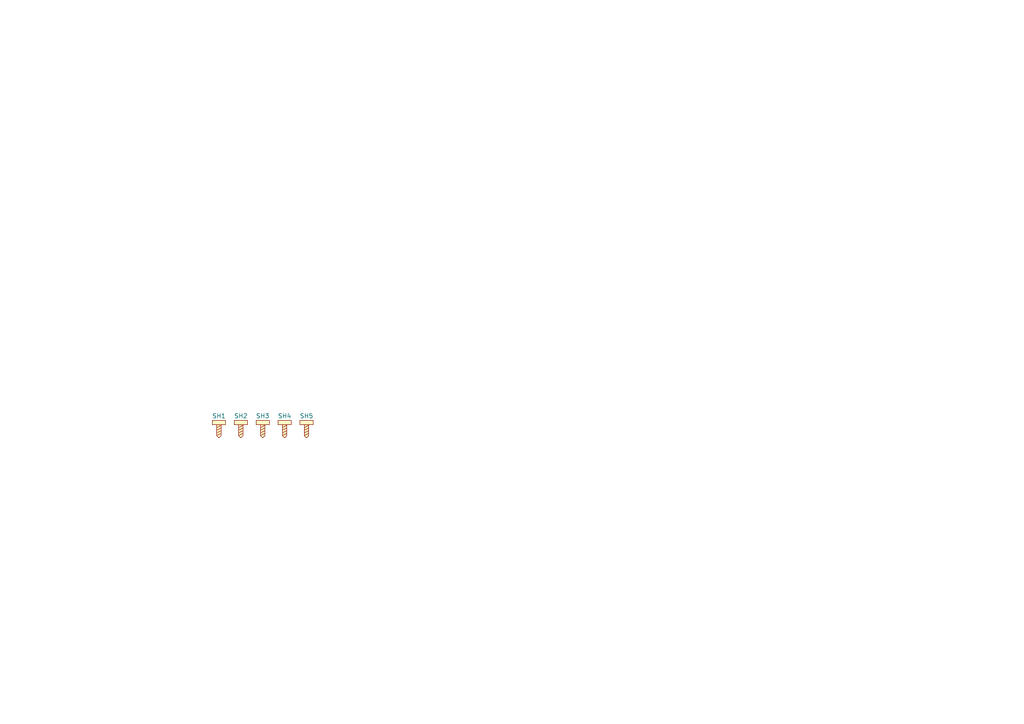
<source format=kicad_sch>
(kicad_sch (version 20231120) (generator "eeschema") (generator_version "8.0")
  (paper "A4")
  (lib_symbols
    (symbol "SAMPI:SCREWHOLDER" (pin_numbers hide) (pin_names hide) (in_bom no)
      (property "Reference" "SH1" (at 2.54 -2.5399 0))
      (property "Value" "SCREW HOLDER" (at 2.54 -5.0799 0))
      (symbol "SCREWHOLDER_1_1"
        (polyline (pts (xy -0.508 -5.588) (xy 0.508 -5.08)))
        (polyline (pts (xy -0.508 -4.826) (xy 0.508 -4.318)))
        (polyline (pts (xy -0.508 -4.064) (xy 0.508 -3.556)))
        (polyline (pts (xy -0.508 -3.302) (xy 0.508 -2.794)))
        (polyline (pts (xy 0.635 -2.54) (xy -0.635 -2.54)))
        (polyline (pts (xy -1.905 -1.27) (xy 1.905 -1.27) (xy 1.905 -2.54) (xy 0.635 -2.54) (xy 0.635 -5.715) (xy 0 -6.35) (xy -0.635 -5.715) (xy -0.635 -2.54) (xy -1.905 -2.54) (xy -1.905 -1.27)) (fill (type background)))
      )
    )
  )
  (symbol (lib_id "SAMPI:SCREWHOLDER") (at 63.5 120.65 0) (unit 1)
    (property "Reference" "SH1" (at 63.5 120.65 0))
    (property "Value" "SCREW HOLDER" (effects (hide yes)))
    (property "Footprint" "Liem:HOLDER-2.2MM" (effects (hide yes)))
  )
  (symbol (lib_id "SAMPI:SCREWHOLDER") (at 76.2 120.65 0) (unit 1)
    (property "Reference" "SH3" (at 76.2 120.65 0))
    (property "Value" "SCREW HOLDER" (effects (hide yes)))
    (property "Footprint" "Liem:HOLDER-2.2MM" (effects (hide yes)))
  )
  (symbol (lib_id "SAMPI:SCREWHOLDER") (at 88.9 120.65 0) (unit 1)
    (property "Reference" "SH5" (at 88.9 120.65 0))
    (property "Value" "SCREW HOLDER" (effects (hide yes)))
    (property "Footprint" "Liem:HOLDER-2.2MM" (effects (hide yes)))
  )
  (symbol (lib_id "SAMPI:SCREWHOLDER") (at 82.55 120.65 0) (unit 1)
    (property "Reference" "SH4" (at 82.55 120.65 0))
    (property "Value" "SCREW HOLDER" (effects (hide yes)))
    (property "Footprint" "Liem:HOLDER-2.2MM" (effects (hide yes)))
  )
  (symbol (lib_id "SAMPI:SCREWHOLDER") (at 69.85 120.65 0) (unit 1)
    (property "Reference" "SH2" (at 69.85 120.65 0))
    (property "Value" "SCREW HOLDER" (effects (hide yes)))
    (property "Footprint" "Liem:HOLDER-2.2MM" (effects (hide yes)))
  )
)
</source>
